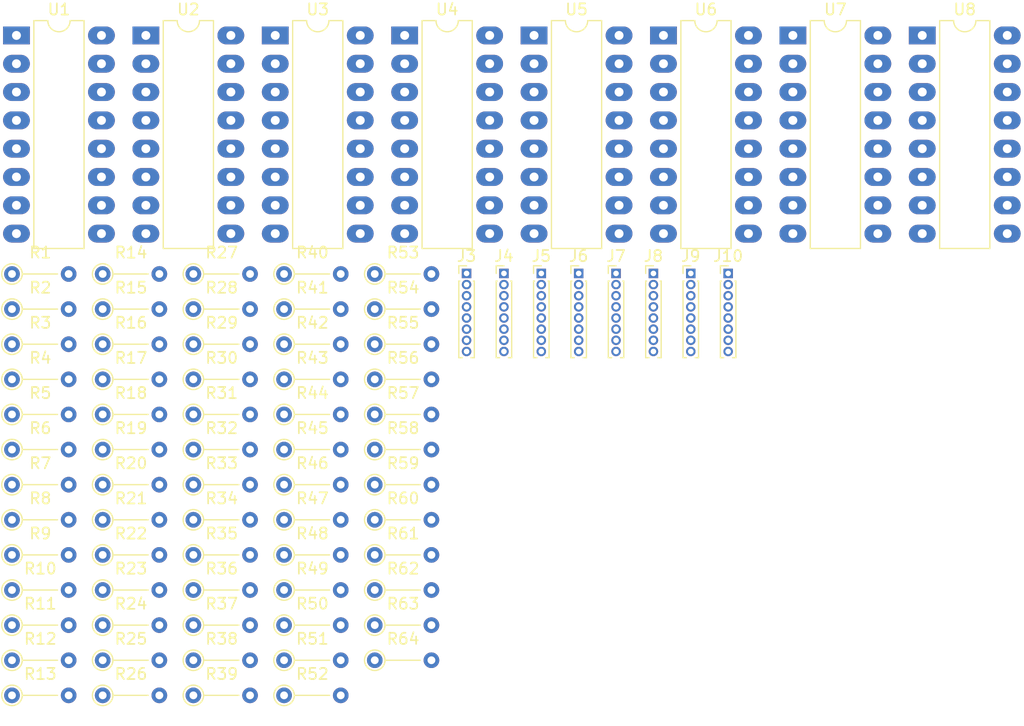
<source format=kicad_pcb>
(kicad_pcb (version 20221018) (generator pcbnew)
  (layers (0 "F.Cu" signal) (31 "B.Cu" signal) (34 "B.Paste" user) (35 "F.Paste" user) (36 "B.SilkS" user "B.Silkscreen") (37 "F.SilkS" user "F.Silkscreen") (38 "B.Mask" user) (39 "F.Mask" user) (44 "Edge.Cuts" user))
  (net 0 "")
  (net 1 "Net-(U3-QC)")
  (net 2 "Net-(J3-Pin_6)")
  (net 3 "Net-(U8-QA)")
  (net 4 "Net-(J10-Pin_8)")
  (net 5 "Net-(U8-QB)")
  (net 6 "Net-(J10-Pin_7)")
  (net 7 "Net-(U8-QC)")
  (net 8 "Net-(J10-Pin_6)")
  (net 9 "Net-(U8-QD)")
  (net 10 "Net-(J10-Pin_5)")
  (net 11 "Net-(U8-QE)")
  (net 12 "Net-(J10-Pin_4)")
  (net 13 "Net-(U8-QF)")
  (net 14 "Net-(J10-Pin_3)")
  (net 15 "Net-(U8-QG)")
  (net 16 "Net-(J10-Pin_2)")
  (net 17 "Net-(U3-QA)")
  (net 18 "Net-(J3-Pin_8)")
  (net 19 "Net-(U3-QB)")
  (net 20 "Net-(J3-Pin_7)")
  (net 21 "Net-(U1-QE)")
  (net 22 "Net-(J4-Pin_4)")
  (net 23 "Net-(U3-QD)")
  (net 24 "Net-(J3-Pin_5)")
  (net 25 "Net-(U3-QE)")
  (net 26 "Net-(J3-Pin_4)")
  (net 27 "Net-(U3-QF)")
  (net 28 "Net-(J3-Pin_3)")
  (net 29 "Net-(U3-QG)")
  (net 30 "Net-(J3-Pin_2)")
  (net 31 "Net-(U3-QH)")
  (net 32 "Net-(J3-Pin_1)")
  (net 33 "Net-(U1-QA)")
  (net 34 "Net-(J4-Pin_8)")
  (net 35 "Net-(U1-QB)")
  (net 36 "Net-(J4-Pin_7)")
  (net 37 "Net-(U1-QC)")
  (net 38 "Net-(J4-Pin_6)")
  (net 39 "Net-(U1-QD)")
  (net 40 "Net-(J4-Pin_5)")
  (net 41 "Net-(U8-QH)")
  (net 42 "Net-(J10-Pin_1)")
  (net 43 "Net-(U1-QF)")
  (net 44 "Net-(J4-Pin_3)")
  (net 45 "Net-(U1-QG)")
  (net 46 "Net-(J4-Pin_2)")
  (net 47 "Net-(U1-QH)")
  (net 48 "Net-(J4-Pin_1)")
  (net 49 "Net-(U2-QA)")
  (net 50 "Net-(J5-Pin_8)")
  (net 51 "Net-(U2-QB)")
  (net 52 "Net-(J5-Pin_7)")
  (net 53 "Net-(U2-QC)")
  (net 54 "Net-(J5-Pin_6)")
  (net 55 "Net-(U2-QD)")
  (net 56 "Net-(J5-Pin_5)")
  (net 57 "Net-(U2-QE)")
  (net 58 "Net-(J5-Pin_4)")
  (net 59 "Net-(U2-QF)")
  (net 60 "Net-(J5-Pin_3)")
  (net 61 "Net-(U2-QG)")
  (net 62 "Net-(J5-Pin_2)")
  (net 63 "Net-(U2-QH)")
  (net 64 "Net-(J5-Pin_1)")
  (net 65 "Net-(U4-QA)")
  (net 66 "Net-(J6-Pin_8)")
  (net 67 "Net-(U4-QB)")
  (net 68 "Net-(J6-Pin_7)")
  (net 69 "Net-(U4-QC)")
  (net 70 "Net-(J6-Pin_6)")
  (net 71 "Net-(U4-QD)")
  (net 72 "Net-(J6-Pin_5)")
  (net 73 "Net-(U4-QE)")
  (net 74 "Net-(J6-Pin_4)")
  (net 75 "Net-(U4-QF)")
  (net 76 "Net-(J6-Pin_3)")
  (net 77 "Net-(U4-QG)")
  (net 78 "Net-(J6-Pin_2)")
  (net 79 "Net-(U4-QH)")
  (net 80 "Net-(J6-Pin_1)")
  (net 81 "Net-(U5-QA)")
  (net 82 "Net-(J7-Pin_8)")
  (net 83 "Net-(U5-QB)")
  (net 84 "Net-(J7-Pin_7)")
  (net 85 "Net-(U5-QC)")
  (net 86 "Net-(J7-Pin_6)")
  (net 87 "Net-(U5-QD)")
  (net 88 "Net-(J7-Pin_5)")
  (net 89 "Net-(U5-QE)")
  (net 90 "Net-(J7-Pin_4)")
  (net 91 "Net-(U5-QF)")
  (net 92 "Net-(J7-Pin_3)")
  (net 93 "Net-(U5-QG)")
  (net 94 "Net-(J7-Pin_2)")
  (net 95 "Net-(U5-QH)")
  (net 96 "Net-(J7-Pin_1)")
  (net 97 "Net-(U6-QA)")
  (net 98 "Net-(J8-Pin_8)")
  (net 99 "Net-(U6-QB)")
  (net 100 "Net-(J8-Pin_7)")
  (net 101 "Net-(U6-QC)")
  (net 102 "Net-(J8-Pin_6)")
  (net 103 "Net-(U6-QD)")
  (net 104 "Net-(J8-Pin_5)")
  (net 105 "Net-(U6-QE)")
  (net 106 "Net-(J8-Pin_4)")
  (net 107 "Net-(U6-QF)")
  (net 108 "Net-(J8-Pin_3)")
  (net 109 "Net-(U6-QG)")
  (net 110 "Net-(J8-Pin_2)")
  (net 111 "Net-(U6-QH)")
  (net 112 "Net-(J8-Pin_1)")
  (net 113 "Net-(U7-QA)")
  (net 114 "Net-(J9-Pin_8)")
  (net 115 "Net-(U7-QB)")
  (net 116 "Net-(J9-Pin_7)")
  (net 117 "Net-(U7-QC)")
  (net 118 "Net-(J9-Pin_6)")
  (net 119 "Net-(U7-QD)")
  (net 120 "Net-(J9-Pin_5)")
  (net 121 "Net-(U7-QE)")
  (net 122 "Net-(J9-Pin_4)")
  (net 123 "Net-(U7-QF)")
  (net 124 "Net-(J9-Pin_3)")
  (net 125 "Net-(U7-QG)")
  (net 126 "Net-(J9-Pin_2)")
  (net 127 "Net-(U7-QH)")
  (net 128 "Net-(J9-Pin_1)")
  (net 129 "Net-(U1-GND)")
  (net 130 "Net-(U1-QH')")
  (net 131 "Net-(U1-SRCLK)")
  (net 132 "Net-(U1-RCLK)")
  (net 133 "Net-(U1-SER)")
  (net 134 "Net-(U1-VCC)")
  (net 135 "Net-(U2-QH')")
  (net 137 "Net-(U4-QH')")
  (net 138 "Net-(U5-QH')")
  (net 139 "Net-(U6-QH')")
  (net 140 "Net-(U7-QH')")
  (footprint "Resistor_THT:R_Axial_DIN0204_L3.6mm_D1.6mm_P5.08mm_Vertical" (layer "F.Cu") (at 65.24 98.29)
    (fp_text reference "R26" (at 2.54 -1.92) (layer "F.SilkS"))
    (fp_text value "R_Small")
    (pad "1" thru_hole circle (at 0 0) (size 1.4 1.4) (drill 0.7) (layers "*.Cu" "*.Mask") (net 67 "Net-(U4-QB)"))
    (pad "2" thru_hole oval (at 5.08 0) (size 1.4 1.4) (drill 0.7) (layers "*.Cu" "*.Mask") (net 68 "Net-(J6-Pin_7)"))
  )
  (footprint "Resistor_THT:R_Axial_DIN0204_L3.6mm_D1.6mm_P5.08mm_Vertical" (layer "F.Cu") (at 57.11 66.79)
    (fp_text reference "R3" (at 2.54 -1.92) (layer "F.SilkS"))
    (fp_text value "R_Small")
    (pad "1" thru_hole circle (at 0 0) (size 1.4 1.4) (drill 0.7) (layers "*.Cu" "*.Mask") (net 1 "Net-(U3-QC)"))
    (pad "2" thru_hole oval (at 5.08 0) (size 1.4 1.4) (drill 0.7) (layers "*.Cu" "*.Mask") (net 2 "Net-(J3-Pin_6)"))
  )
  (footprint "Resistor_THT:R_Axial_DIN0204_L3.6mm_D1.6mm_P5.08mm_Vertical" (layer "F.Cu") (at 57.11 98.29)
    (fp_text reference "R13" (at 2.54 -1.92) (layer "F.SilkS"))
    (fp_text value "R_Small")
    (pad "1" thru_hole circle (at 0 0) (size 1.4 1.4) (drill 0.7) (layers "*.Cu" "*.Mask") (net 21 "Net-(U1-QE)"))
    (pad "2" thru_hole oval (at 5.08 0) (size 1.4 1.4) (drill 0.7) (layers "*.Cu" "*.Mask") (net 22 "Net-(J4-Pin_4)"))
  )
  (footprint "Resistor_THT:R_Axial_DIN0204_L3.6mm_D1.6mm_P5.08mm_Vertical" (layer "F.Cu") (at 65.24 66.79)
    (fp_text reference "R16" (at 2.54 -1.92) (layer "F.SilkS"))
    (fp_text value "R_Small")
    (pad "1" thru_hole circle (at 0 0) (size 1.4 1.4) (drill 0.7) (layers "*.Cu" "*.Mask") (net 47 "Net-(U1-QH)"))
    (pad "2" thru_hole oval (at 5.08 0) (size 1.4 1.4) (drill 0.7) (layers "*.Cu" "*.Mask") (net 48 "Net-(J4-Pin_1)"))
  )
  (footprint "Resistor_THT:R_Axial_DIN0204_L3.6mm_D1.6mm_P5.08mm_Vertical" (layer "F.Cu") (at 89.63 95.14)
    (fp_text reference "R64" (at 2.54 -1.92) (layer "F.SilkS"))
    (fp_text value "R_Small")
    (pad "1" thru_hole circle (at 0 0) (size 1.4 1.4) (drill 0.7) (layers "*.Cu" "*.Mask") (net 41 "Net-(U8-QH)"))
    (pad "2" thru_hole oval (at 5.08 0) (size 1.4 1.4) (drill 0.7) (layers "*.Cu" "*.Mask") (net 42 "Net-(J10-Pin_1)"))
  )
  (footprint "Resistor_THT:R_Axial_DIN0204_L3.6mm_D1.6mm_P5.08mm_Vertical" (layer "F.Cu") (at 73.37 63.64)
    (fp_text reference "R28" (at 2.54 -1.92) (layer "F.SilkS"))
    (fp_text value "R_Small")
    (pad "1" thru_hole circle (at 0 0) (size 1.4 1.4) (drill 0.7) (layers "*.Cu" "*.Mask") (net 71 "Net-(U4-QD)"))
    (pad "2" thru_hole oval (at 5.08 0) (size 1.4 1.4) (drill 0.7) (layers "*.Cu" "*.Mask") (net 72 "Net-(J6-Pin_5)"))
  )
  (footprint "Resistor_THT:R_Axial_DIN0204_L3.6mm_D1.6mm_P5.08mm_Vertical" (layer "F.Cu") (at 89.63 63.64)
    (fp_text reference "R54" (at 2.54 -1.92) (layer "F.SilkS"))
    (fp_text value "R_Small")
    (pad "1" thru_hole circle (at 0 0) (size 1.4 1.4) (drill 0.7) (layers "*.Cu" "*.Mask") (net 123 "Net-(U7-QF)"))
    (pad "2" thru_hole oval (at 5.08 0) (size 1.4 1.4) (drill 0.7) (layers "*.Cu" "*.Mask") (net 124 "Net-(J9-Pin_3)"))
  )
  (footprint "Resistor_THT:R_Axial_DIN0204_L3.6mm_D1.6mm_P5.08mm_Vertical" (layer "F.Cu") (at 73.37 66.79)
    (fp_text reference "R29" (at 2.54 -1.92) (layer "F.SilkS"))
    (fp_text value "R_Small")
    (pad "1" thru_hole circle (at 0 0) (size 1.4 1.4) (drill 0.7) (layers "*.Cu" "*.Mask") (net 73 "Net-(U4-QE)"))
    (pad "2" thru_hole oval (at 5.08 0) (size 1.4 1.4) (drill 0.7) (layers "*.Cu" "*.Mask") (net 74 "Net-(J6-Pin_4)"))
  )
  (footprint "Resistor_THT:R_Axial_DIN0204_L3.6mm_D1.6mm_P5.08mm_Vertical" (layer "F.Cu") (at 65.24 79.39)
    (fp_text reference "R20" (at 2.54 -1.92) (layer "F.SilkS"))
    (fp_text value "R_Small")
    (pad "1" thru_hole circle (at 0 0) (size 1.4 1.4) (drill 0.7) (layers "*.Cu" "*.Mask") (net 55 "Net-(U2-QD)"))
    (pad "2" thru_hole oval (at 5.08 0) (size 1.4 1.4) (drill 0.7) (layers "*.Cu" "*.Mask") (net 56 "Net-(J5-Pin_5)"))
  )
  (footprint "Resistor_THT:R_Axial_DIN0204_L3.6mm_D1.6mm_P5.08mm_Vertical" (layer "F.Cu") (at 57.11 69.94)
    (fp_text reference "R4" (at 2.54 -1.92) (layer "F.SilkS"))
    (fp_text value "R_Small")
    (pad "1" thru_hole circle (at 0 0) (size 1.4 1.4) (drill 0.7) (layers "*.Cu" "*.Mask") (net 23 "Net-(U3-QD)"))
    (pad "2" thru_hole oval (at 5.08 0) (size 1.4 1.4) (drill 0.7) (layers "*.Cu" "*.Mask") (net 24 "Net-(J3-Pin_5)"))
  )
  (footprint "Resistor_THT:R_Axial_DIN0204_L3.6mm_D1.6mm_P5.08mm_Vertical" (layer "F.Cu") (at 73.37 98.29)
    (fp_text reference "R39" (at 2.54 -1.92) (layer "F.SilkS"))
    (fp_text value "R_Small")
    (pad "1" thru_hole circle (at 0 0) (size 1.4 1.4) (drill 0.7) (layers "*.Cu" "*.Mask") (net 93 "Net-(U5-QG)"))
    (pad "2" thru_hole oval (at 5.08 0) (size 1.4 1.4) (drill 0.7) (layers "*.Cu" "*.Mask") (net 94 "Net-(J7-Pin_2)"))
  )
  (footprint "Resistor_THT:R_Axial_DIN0204_L3.6mm_D1.6mm_P5.08mm_Vertical" (layer "F.Cu") (at 81.5 60.49)
    (fp_text reference "R40" (at 2.54 -1.92) (layer "F.SilkS"))
    (fp_text value "R_Small")
    (pad "1" thru_hole circle (at 0 0) (size 1.4 1.4) (drill 0.7) (layers "*.Cu" "*.Mask") (net 95 "Net-(U5-QH)"))
    (pad "2" thru_hole oval (at 5.08 0) (size 1.4 1.4) (drill 0.7) (layers "*.Cu" "*.Mask") (net 96 "Net-(J7-Pin_1)"))
  )
  (footprint "Connector_PinHeader_1.00mm:PinHeader_1x08_P1.00mm_Vertical" (layer "F.Cu") (at 117.96 60.44)
    (fp_text reference "J9" (at 0 -1.56) (layer "F.SilkS"))
    (fp_text value "Row_07")
    (pad "1" thru_hole rect (at 0 0) (size 0.85 0.85) (drill 0.5) (layers "*.Cu" "*.Mask") (net 128 "Net-(J9-Pin_1)"))
    (pad "2" thru_hole oval (at 0 1) (size 0.85 0.85) (drill 0.5) (layers "*.Cu" "*.Mask") (net 126 "Net-(J9-Pin_2)"))
    (pad "3" thru_hole oval (at 0 2) (size 0.85 0.85) (drill 0.5) (layers "*.Cu" "*.Mask") (net 124 "Net-(J9-Pin_3)"))
    (pad "4" thru_hole oval (at 0 3) (size 0.85 0.85) (drill 0.5) (layers "*.Cu" "*.Mask") (net 122 "Net-(J9-Pin_4)"))
    (pad "5" thru_hole oval (at 0 4) (size 0.85 0.85) (drill 0.5) (layers "*.Cu" "*.Mask") (net 120 "Net-(J9-Pin_5)"))
    (pad "6" thru_hole oval (at 0 5) (size 0.85 0.85) (drill 0.5) (layers "*.Cu" "*.Mask") (net 118 "Net-(J9-Pin_6)"))
    (pad "7" thru_hole oval (at 0 6) (size 0.85 0.85) (drill 0.5) (layers "*.Cu" "*.Mask") (net 116 "Net-(J9-Pin_7)"))
    (pad "8" thru_hole oval (at 0 7) (size 0.85 0.85) (drill 0.5) (layers "*.Cu" "*.Mask") (net 114 "Net-(J9-Pin_8)"))
  )
  (footprint "Resistor_THT:R_Axial_DIN0204_L3.6mm_D1.6mm_P5.08mm_Vertical" (layer "F.Cu") (at 89.63 76.24)
    (fp_text reference "R58" (at 2.54 -1.92) (layer "F.SilkS"))
    (fp_text value "R_Small")
    (pad "1" thru_hole circle (at 0 0) (size 1.4 1.4) (drill 0.7) (layers "*.Cu" "*.Mask") (net 5 "Net-(U8-QB)"))
    (pad "2" thru_hole oval (at 5.08 0) (size 1.4 1.4) (drill 0.7) (layers "*.Cu" "*.Mask") (net 6 "Net-(J10-Pin_7)"))
  )
  (footprint "Resistor_THT:R_Axial_DIN0204_L3.6mm_D1.6mm_P5.08mm_Vertical" (layer "F.Cu") (at 81.5 98.29)
    (fp_text reference "R52" (at 2.54 -1.92) (layer "F.SilkS"))
    (fp_text value "R_Small")
    (pad "1" thru_hole circle (at 0 0) (size 1.4 1.4) (drill 0.7) (layers "*.Cu" "*.Mask") (net 119 "Net-(U7-QD)"))
    (pad "2" thru_hole oval (at 5.08 0) (size 1.4 1.4) (drill 0.7) (layers "*.Cu" "*.Mask") (net 120 "Net-(J9-Pin_5)"))
  )
  (footprint "Resistor_THT:R_Axial_DIN0204_L3.6mm_D1.6mm_P5.08mm_Vertical" (layer "F.Cu") (at 57.11 60.49)
    (fp_text reference "R1" (at 2.54 -1.92) (layer "F.SilkS"))
    (fp_text value "R_Small")
    (pad "1" thru_hole circle (at 0 0) (size 1.4 1.4) (drill 0.7) (layers "*.Cu" "*.Mask") (net 17 "Net-(U3-QA)"))
    (pad "2" thru_hole oval (at 5.08 0) (size 1.4 1.4) (drill 0.7) (layers "*.Cu" "*.Mask") (net 18 "Net-(J3-Pin_8)"))
  )
  (footprint "Package_DIP:DIP-16_W7.62mm_LongPads" (layer "F.Cu") (at 138.71 39.09)
    (fp_text reference "U8" (at 3.81 -2.33) (layer "F.SilkS"))
    (fp_text value "74HC595")
    (pad "1" thru_hole rect (at 0 0) (size 2.4 1.6) (drill 0.8) (layers "*.Cu" "*.Mask") (net 5 "Net-(U8-QB)"))
    (pad "2" thru_hole oval (at 0 2.54) (size 2.4 1.6) (drill 0.8) (layers "*.Cu" "*.Mask") (net 7 "Net-(U8-QC)"))
    (pad "3" thru_hole oval (at 0 5.08) (size 2.4 1.6) (drill 0.8) (layers "*.Cu" "*.Mask") (net 9 "Net-(U8-QD)"))
    (pad "4" thru_hole oval (at 0 7.62) (size 2.4 1.6) (drill 0.8) (layers "*.Cu" "*.Mask") (net 11 "Net-(U8-QE)"))
    (pad "5" thru_hole oval (at 0 10.16) (size 2.4 1.6) (drill 0.8) (layers "*.Cu" "*.Mask") (net 13 "Net-(U8-QF)"))
    (pad "6" thru_hole oval (at 0 12.7) (size 2.4 1.6) (drill 0.8) (layers "*.Cu" "*.Mask") (net 15 "Net-(U8-QG)"))
    (pad "7" thru_hole oval (at 0 15.24) (size 2.4 1.6) (drill 0.8) (layers "*.Cu" "*.Mask") (net 41 "Net-(U8-QH)"))
    (pad "8" thru_hole oval (at 0 17.78) (size 2.4 1.6) (drill 0.8) (layers "*.Cu" "*.Mask") (net 129 "Net-(U1-GND)"))
    (pad "9" thru_hole oval (at 7.62 17.78) (size 2.4 1.6) (drill 0.8) (layers "*.Cu" "*.Mask"))
    (pad "10" thru_hole oval (at 7.62 15.24) (size 2.4 1.6) (drill 0.8) (layers "*.Cu" "*.Mask") (net 129 "Net-(U1-GND)"))
    (pad "11" thru_hole oval (at 7.62 12.7) (size 2.4 1.6) (drill 0.8) (layers "*.Cu" "*.Mask") (net 131 "Net-(U1-SRCLK)"))
    (pad "12" thru_hole oval (at 7.62 10.16) (size 2.4 1.6) (drill 0.8) (layers "*.Cu" "*.Mask") (net 132 "Net-(U1-RCLK)"))
    (pad "13" thru_hole oval (at 7.62 7.62) (size 2.4 1.6) (drill 0.8) (layers "*.Cu" "*.Mask") (net 129 "Net-(U1-GND)"))
    (pad "14" thru_hole oval (at 7.62 5.08) (size 2.4 1.6) (drill 0.8) (layers "*.Cu" "*.Mask") (net 140 "Net-(U7-QH')"))
    (pad "15" thru_hole oval (at 7.62 2.54) (size 2.4 1.6) (drill 0.8) (layers "*.Cu" "*.Mask") (net 3 "Net-(U8-QA)"))
    (pad "16" thru_hole oval (at 7.62 0) (size 2.4 1.6) (drill 0.8) (layers "*.Cu" "*.Mask") (net 134 "Net-(U1-VCC)"))
  )
  (footprint "Resistor_THT:R_Axial_DIN0204_L3.6mm_D1.6mm_P5.08mm_Vertical" (layer "F.Cu") (at 89.63 91.99)
    (fp_text reference "R63" (at 2.54 -1.92) (layer "F.SilkS"))
    (fp_text value "R_Small")
    (pad "1" thru_hole circle (at 0 0) (size 1.4 1.4) (drill 0.7) (layers "*.Cu" "*.Mask") (net 15 "Net-(U8-QG)"))
    (pad "2" thru_hole oval (at 5.08 0) (size 1.4 1.4) (drill 0.7) (layers "*.Cu" "*.Mask") (net 16 "Net-(J10-Pin_2)"))
  )
  (footprint "Package_DIP:DIP-16_W7.62mm_LongPads" (layer "F.Cu") (at 57.51 39.09)
    (fp_text reference "U1" (at 3.81 -2.33) (layer "F.SilkS"))
    (fp_text value "74HC595")
    (pad "1" thru_hole rect (at 0 0) (size 2.4 1.6) (drill 0.8) (layers "*.Cu" "*.Mask") (net 35 "Net-(U1-QB)"))
    (pad "2" thru_hole oval (at 0 2.54) (size 2.4 1.6) (drill 0.8) (layers "*.Cu" "*.Mask") (net 37 "Net-(U1-QC)"))
    (pad "3" thru_hole oval (at 0 5.08) (size 2.4 1.6) (drill 0.8) (layers "*.Cu" "*.Mask") (net 39 "Net-(U1-QD)"))
    (pad "4" thru_hole oval (at 0 7.62) (size 2.4 1.6) (drill 0.8) (layers "*.Cu" "*.Mask") (net 21 "Net-(U1-QE)"))
    (pad "5" thru_hole oval (at 0 10.16) (size 2.4 1.6) (drill 0.8) (layers "*.Cu" "*.Mask") (net 43 "Net-(U1-QF)"))
    (pad "6" thru_hole oval (at 0 12.7) (size 2.4 1.6) (drill 0.8) (layers "*.Cu" "*.Mask") (net 45 "Net-(U1-QG)"))
    (pad "7" thru_hole oval (at 0 15.24) (size 2.4 1.6) (drill 0.8) (layers "*.Cu" "*.Mask") (net 47 "Net-(U1-QH)"))
    (pad "8" thru_hole oval (at 0 17.78) (size 2.4 1.6) (drill 0.8) (layers "*.Cu" "*.Mask") (net 129 "Net-(U1-GND)"))
    (pad "9" thru_hole oval (at 7.62 17.78) (size 2.4 1.6) (drill 0.8) (layers "*.Cu" "*.Mask") (net 130 "Net-(U1-QH')"))
    (pad "10" thru_hole oval (at 7.62 15.24) (size 2.4 1.6) (drill 0.8) (layers "*.Cu" "*.Mask") (net 129 "Net-(U1-GND)"))
    (pad "11" thru_hole oval (at 7.62 12.7) (size 2.4 1.6) (drill 0.8) (layers "*.Cu" "*.Mask") (net 131 "Net-(U1-SRCLK)"))
    (pad "12" thru_hole oval (at 7.62 10.16) (size 2.4 1.6) (drill 0.8) (layers "*.Cu" "*.Mask") (net 132 "Net-(U1-RCLK)"))
    (pad "13" thru_hole oval (at 7.62 7.62) (size 2.4 1.6) (drill 0.8) (layers "*.Cu" "*.Mask") (net 129 "Net-(U1-GND)"))
    (pad "14" thru_hole oval (at 7.62 5.08) (size 2.4 1.6) (drill 0.8) (layers "*.Cu" "*.Mask") (net 133 "Net-(U1-SER)"))
    (pad "15" thru_hole oval (at 7.62 2.54) (size 2.4 1.6) (drill 0.8) (layers "*.Cu" "*.Mask") (net 33 "Net-(U1-QA)"))
    (pad "16" thru_hole oval (at 7.62 0) (size 2.4 1.6) (drill 0.8) (layers "*.Cu" "*.Mask") (net 134 "Net-(U1-VCC)"))
  )
  (footprint "Resistor_THT:R_Axial_DIN0204_L3.6mm_D1.6mm_P5.08mm_Vertical" (layer "F.Cu") (at 57.11 91.99)
    (fp_text reference "R11" (at 2.54 -1.92) (layer "F.SilkS"))
    (fp_text value "R_Small")
    (pad "1" thru_hole circle (at 0 0) (size 1.4 1.4) (drill 0.7) (layers "*.Cu" "*.Mask") (net 37 "Net-(U1-QC)"))
    (pad "2" thru_hole oval (at 5.08 0) (size 1.4 1.4) (drill 0.7) (layers "*.Cu" "*.Mask") (net 38 "Net-(J4-Pin_6)"))
  )
  (footprint "Connector_PinHeader_1.00mm:PinHeader_1x08_P1.00mm_Vertical" (layer "F.Cu") (at 104.56 60.44)
    (fp_text reference "J5" (at 0 -1.56) (layer "F.SilkS"))
    (fp_text value "Row_03")
    (pad "1" thru_hole rect (at 0 0) (size 0.85 0.85) (drill 0.5) (layers "*.Cu" "*.Mask") (net 64 "Net-(J5-Pin_1)"))
    (pad "2" thru_hole oval (at 0 1) (size 0.85 0.85) (drill 0.5) (layers "*.Cu" "*.Mask") (net 62 "Net-(J5-Pin_2)"))
    (pad "3" thru_hole oval (at 0 2) (size 0.85 0.85) (drill 0.5) (layers "*.Cu" "*.Mask") (net 60 "Net-(J5-Pin_3)"))
    (pad "4" thru_hole oval (at 0 3) (size 0.85 0.85) (drill 0.5) (layers "*.Cu" "*.Mask") (net 58 "Net-(J5-Pin_4)"))
    (pad "5" thru_hole oval (at 0 4) (size 0.85 0.85) (drill 0.5) (layers "*.Cu" "*.Mask") (net 56 "Net-(J5-Pin_5)"))
    (pad "6" thru_hole oval (at 0 5) (size 0.85 0.85) (drill 0.5) (layers "*.Cu" "*.Mask") (net 54 "Net-(J5-Pin_6)"))
    (pad "7" thru_hole oval (at 0 6) (size 0.85 0.85) (drill 0.5) (layers "*.Cu" "*.Mask") (net 52 "Net-(J5-Pin_7)"))
    (pad "8" thru_hole oval (at 0 7) (size 0.85 0.85) (drill 0.5) (layers "*.Cu" "*.Mask") (net 50 "Net-(J5-Pin_8)"))
  )
  (footprint "Resistor_THT:R_Axial_DIN0204_L3.6mm_D1.6mm_P5.08mm_Vertical" (layer "F.Cu") (at 65.24 88.84)
    (fp_text reference "R23" (at 2.54 -1.92) (layer "F.SilkS"))
    (fp_text value "R_Small")
    (pad "1" thru_hole circle (at 0 0) (size 1.4 1.4) (drill 0.7) (layers "*.Cu" "*.Mask") (net 61 "Net-(U2-QG)"))
    (pad "2" thru_hole oval (at 5.08 0) (size 1.4 1.4) (drill 0.7) (layers "*.Cu" "*.Mask") (net 62 "Net-(J5-Pin_2)"))
  )
  (footprint "Resistor_THT:R_Axial_DIN0204_L3.6mm_D1.6mm_P5.08mm_Vertical" (layer "F.Cu") (at 89.63 85.69)
    (fp_text reference "R61" (at 2.54 -1.92) (layer "F.SilkS"))
    (fp_text value "R_Small")
    (pad "1" thru_hole circle (at 0 0) (size 1.4 1.4) (drill 0.7) (layers "*.Cu" "*.Mask") (net 11 "Net-(U8-QE)"))
    (pad "2" thru_hole oval (at 5.08 0) (size 1.4 1.4) (drill 0.7) (layers "*.Cu" "*.Mask") (net 12 "Net-(J10-Pin_4)"))
  )
  (footprint "Resistor_THT:R_Axial_DIN0204_L3.6mm_D1.6mm_P5.08mm_Vertical" (layer "F.Cu") (at 81.5 66.79)
    (fp_text reference "R42" (at 2.54 -1.92) (layer "F.SilkS"))
    (fp_text value "R_Small")
    (pad "1" thru_hole circle (at 0 0) (size 1.4 1.4) (drill 0.7) (layers "*.Cu" "*.Mask") (net 99 "Net-(U6-QB)"))
    (pad "2" thru_hole oval (at 5.08 0) (size 1.4 1.4) (drill 0.7) (layers "*.Cu" "*.Mask") (net 100 "Net-(J8-Pin_7)"))
  )
  (footprint "Resistor_THT:R_Axial_DIN0204_L3.6mm_D1.6mm_P5.08mm_Vertical" (layer "F.Cu") (at 57.11 85.69)
    (fp_text reference "R9" (at 2.54 -1.92) (layer "F.SilkS"))
    (fp_text value "R_Small")
    (pad "1" thru_hole circle (at 0 0) (size 1.4 1.4) (drill 0.7) (layers "*.Cu" "*.Mask") (net 33 "Net-(U1-QA)"))
    (pad "2" thru_hole oval (at 5.08 0) (size 1.4 1.4) (drill 0.7) (layers "*.Cu" "*.Mask") (net 34 "Net-(J4-Pin_8)"))
  )
  (footprint "Resistor_THT:R_Axial_DIN0204_L3.6mm_D1.6mm_P5.08mm_Vertical" (layer "F.Cu") (at 65.24 60.49)
    (fp_text reference "R14" (at 2.54 -1.92) (layer "F.SilkS"))
    (fp_text value "R_Small")
    (pad "1" thru_hole circle (at 0 0) (size 1.4 1.4) (drill 0.7) (layers "*.Cu" "*.Mask") (net 43 "Net-(U1-QF)"))
    (pad "2" thru_hole oval (at 5.08 0) (size 1.4 1.4) (drill 0.7) (layers "*.Cu" "*.Mask") (net 44 "Net-(J4-Pin_3)"))
  )
  (footprint "Connector_PinHeader_1.00mm:PinHeader_1x08_P1.00mm_Vertical" (layer "F.Cu") (at 114.61 60.44)
    (fp_text reference "J8" (at 0 -1.56) (layer "F.SilkS"))
    (fp_text value "Row_06")
    (pad "1" thru_hole rect (at 0 0) (size 0.85 0.85) (drill 0.5) (layers "*.Cu" "*.Mask") (net 112 "Net-(J8-Pin_1)"))
    (pad "2" thru_hole oval (at 0 1) (size 0.85 0.85) (drill 0.5) (layers "*.Cu" "*.Mask") (net 110 "Net-(J8-Pin_2)"))
    (pad "3" thru_hole oval (at 0 2) (size 0.85 0.85) (drill 0.5) (layers "*.Cu" "*.Mask") (net 108 "Net-(J8-Pin_3)"))
    (pad "4" thru_hole oval (at 0 3) (size 0.85 0.85) (drill 0.5) (layers "*.Cu" "*.Mask") (net 106 "Net-(J8-Pin_4)"))
    (pad "5" thru_hole oval (at 0 4) (size 0.85 0.85) (drill 0.5) (layers "*.Cu" "*.Mask") (net 104 "Net-(J8-Pin_5)"))
    (pad "6" thru_hole oval (at 0 5) (size 0.85 0.85) (drill 0.5) (layers "*.Cu" "*.Mask") (net 102 "Net-(J8-Pin_6)"))
    (pad "7" thru_hole oval (at 0 6) (size 0.85 0.85) (drill 0.5) (layers "*.Cu" "*.Mask") (net 100 "Net-(J8-Pin_7)"))
    (pad "8" thru_hole oval (at 0 7) (size 0.85 0.85) (drill 0.5) (layers "*.Cu" "*.Mask") (net 98 "Net-(J8-Pin_8)"))
  )
  (footprint "Resistor_THT:R_Axial_DIN0204_L3.6mm_D1.6mm_P5.08mm_Vertical" (layer "F.Cu") (at 81.5 79.39)
    (fp_text reference "R46" (at 2.54 -1.92) (layer "F.SilkS"))
    (fp_text value "R_Small")
    (pad "1" thru_hole circle (at 0 0) (size 1.4 1.4) (drill 0.7) (layers "*.Cu" "*.Mask") (net 107 "Net-(U6-QF)"))
    (pad "2" thru_hole oval (at 5.08 0) (size 1.4 1.4) (drill 0.7) (layers "*.Cu" "*.Mask") (net 108 "Net-(J8-Pin_3)"))
  )
  (footprint "Resistor_THT:R_Axial_DIN0204_L3.6mm_D1.6mm_P5.08mm_Vertical" (layer "F.Cu") (at 89.63 79.39)
    (fp_text reference "R59" (at 2.54 -1.92) (layer "F.SilkS"))
    (fp_text value "R_Small")
    (pad "1" thru_hole circle (at 0 0) (size 1.4 1.4) (drill 0.7) (layers "*.Cu" "*.Mask") (net 7 "Net-(U8-QC)"))
    (pad "2" thru_hole oval (at 5.08 0) (size 1.4 1.4) (drill 0.7) (layers "*.Cu" "*.Mask") (net 8 "Net-(J10-Pin_6)"))
  )
  (footprint "Connector_PinHeader_1.00mm:PinHeader_1x08_P1.00mm_Vertical" (layer "F.Cu") (at 111.26 60.44)
    (fp_text reference "J7" (at 0 -1.56) (layer "F.SilkS"))
    (fp_text value "Row_05")
    (pad "1" thru_hole rect (at 0 0) (size 0.85 0.85) (drill 0.5) (layers "*.Cu" "*.Mask") (net 96 "Net-(J7-Pin_1)"))
    (pad "2" thru_hole oval (at 0 1) (size 0.85 0.85) (drill 0.5) (layers "*.Cu" "*.Mask") (net 94 "Net-(J7-Pin_2)"))
    (pad "3" thru_hole oval (at 0 2) (size 0.85 0.85) (drill 0.5) (layers "*.Cu" "*.Mask") (net 92 "Net-(J7-Pin_3)"))
    (pad "4" thru_hole oval (at 0 3) (size 0.85 0.85) (drill 0.5) (layers "*.Cu" "*.Mask") (net 90 "Net-(J7-Pin_4)"))
    (pad "5" thru_hole oval (at 0 4) (size 0.85 0.85) (drill 0.5) (layers "*.Cu" "*.Mask") (net 88 "Net-(J7-Pin_5)"))
    (pad "6" thru_hole oval (at 0 5) (size 0.85 0.85) (drill 0.5) (layers "*.Cu" "*.Mask") (net 86 "Net-(J7-Pin_6)"))
    (pad "7" thru_hole oval (at 0 6) (size 0.85 0.85) (drill 0.5) (layers "*.Cu" "*.Mask") (net 84 "Net-(J7-Pin_7)"))
    (pad "8" thru_hole oval (at 0 7) (size 0.85 0.85) (drill 0.5) (layers "*.Cu" "*.Mask") (net 82 "Net-(J7-Pin_8)"))
  )
  (footprint "Resistor_THT:R_Axial_DIN0204_L3.6mm_D1.6mm_P5.08mm_Vertical" (layer "F.Cu") (at 89.63 66.79)
    (fp_text reference "R55" (at 2.54 -1.92) (layer "F.SilkS"))
    (fp_text value "R_Small")
    (pad "1" thru_hole circle (at 0 0) (size 1.4 1.4) (drill 0.7) (layers "*.Cu" "*.Mask") (net 125 "Net-(U7-QG)"))
    (pad "2" thru_hole oval (at 5.08 0) (size 1.4 1.4) (drill 0.7) (layers "*.Cu" "*.Mask") (net 126 "Net-(J9-Pin_2)"))
  )
  (footprint "Resistor_THT:R_Axial_DIN0204_L3.6mm_D1.6mm_P5.08mm_Vertical" (layer "F.Cu") (at 57.11 79.39)
    (fp_text reference "R7" (at 2.54 -1.92) (layer "F.SilkS"))
    (fp_text value "R_Small")
    (pad "1" thru_hole circle (at 0 0) (size 1.4 1.4) (drill 0.7) (layers "*.Cu" "*.Mask") (net 29 "Net-(U3-QG)"))
    (pad "2" thru_hole oval (at 5.08 0) (size 1.4 1.4) (drill 0.7) (layers "*.Cu" "*.Mask") (net 30 "Net-(J3-Pin_2)"))
  )
  (footprint "Resistor_THT:R_Axial_DIN0204_L3.6mm_D1.6mm_P5.08mm_Vertical" (layer "F.Cu") (at 89.63 82.54)
    (fp_text reference "R60" (at 2.54 -1.92) (layer "F.SilkS"))
    (fp_text value "R_Small")
    (pad "1" thru_hole circle (at 0 0) (size 1.4 1.4) (drill 0.7) (layers "*.Cu" "*.Mask") (net 9 "Net-(U8-QD)"))
    (pad "2" thru_hole oval (at 5.08 0) (size 1.4 1.4) (drill 0.7) (layers "*.Cu" "*.Mask") (net 10 "Net-(J10-Pin_5)"))
  )
  (footprint "Resistor_THT:R_Axial_DIN0204_L3.6mm_D1.6mm_P5.08mm_Vertical" (layer "F.Cu") (at 57.11 73.09)
    (fp_text reference "R5" (at 2.54 -1.92) (layer "F.SilkS"))
    (fp_text value "R_Small")
    (pad "1" thru_hole circle (at 0 0) (size 1.4 1.4) (drill 0.7) (layers "*.Cu" "*.Mask") (net 25 "Net-(U3-QE)"))
    (pad "2" thru_hole oval (at 5.08 0) (size 1.4 1.4) (drill 0.7) (layers "*.Cu" "*.Mask") (net 26 "Net-(J3-Pin_4)"))
  )
  (footprint "Resistor_THT:R_Axial_DIN0204_L3.6mm_D1.6mm_P5.08mm_Vertical" (layer "F.Cu") (at 65.24 85.69)
    (fp_text reference "R22" (at 2.54 -1.92) (layer "F.SilkS"))
    (fp_text value "R_Small")
    (pad "1" thru_hole circle (at 0 0) (size 1.4 1.4) (drill 0.7) (layers "*.Cu" "*.Mask") (net 59 "Net-(U2-QF)"))
    (pad "2" thru_hole oval (at 5.08 0) (size 1.4 1.4) (drill 0.7) (layers "*.Cu" "*.Mask") (net 60 "Net-(J5-Pin_3)"))
  )
  (footprint "Package_DIP:DIP-16_W7.62mm_LongPads" (layer "F.Cu") (at 127.11 39.09)
    (fp_text reference "U7" (at 3.81 -2.33) (layer "F.SilkS"))
    (fp_text value "74HC595")
    (pad "1" thru_hole rect (at 0 0) (size 2.4 1.6) (drill 0.8) (layers "*.Cu" "*.Mask") (net 115 "Net-(U7-QB)"))
    (pad "2" thru_hole oval (at 0 2.54) (size 2.4 1.6) (drill 0.8) (layers "*.Cu" "*.Mask") (net 117 "Net-(U7-QC)"))
    (pad "3" thru_hole oval (at 0 5.08) (size 2.4 1.6) (drill 0.8) (layers "*.Cu" "*.Mask") (net 119 "Net-(U7-QD)"))
    (pad "4" thru_hole oval (at 0 7.62) (size 2.4 1.6) (drill 0.8) (layers "*.Cu" "*.Mask") (net 121 "Net-(U7-QE)"))
    (pad "5" thru_hole oval (at 0 10.16) (size 2.4 1.6) (drill 0.8) (layers "*.Cu" "*.Mask") (net 123 "Net-(U7-QF)"))
    (pad "6" thru_hole oval (at 0 12.7) (size 2.4 1.6) (drill 0.8) (layers "*.Cu" "*.Mask") (net 125 "Net-(U7-QG)"))
    (pad "7" thru_hole oval (at 0 15.24) (size 2.4 1.6) (drill 0.8) (layers "*.Cu" "*.Mask") (net 127 "Net-(U7-QH)"))
    (pad "8" thru_hole oval (at 0 17.78) (size 2.4 1.6) (drill 0.8) (layers "*.Cu" "*.Mask") (net 129 "Net-(U1-GND)"))
    (pad "9" thru_hole oval (at 7.62 17.78) (size 2.4 1.6) (drill 0.8) (layers "*.Cu" "*.Mask") (net 140 "Net-(U7-QH')"))
    (pad "10" thru_hole oval (at 7.62 15.24) (size 2.4 1.6) (drill 0.8) (layers "*.Cu" "*.Mask") (net 129 "Net-(U1-GND)"))
    (pad "11" thru_hole oval (at 7.62 12.7) (size 2.4 1.6) (drill 0.8) (layers "*.Cu" "*.Mask") (net 131 "Net-(U1-SRCLK)"))
    (pad "12" thru_hole oval (at 7.62 10.16) (size 2.4 1.6) (drill 0.8) (layers "*.Cu" "*.Mask") (net 132 "Net-(U1-RCLK)"))
    (pad "13" thru_hole oval (at 7.62 7.62) (size 2.4 1.6) (drill 0.8) (layers "*.Cu" "*.Mask") (net 129 "Net-(U1-GND)"))
    (pad "14" thru_hole oval (at 7.62 5.08) (size 2.4 1.6) (drill 0.8) (layers "*.Cu" "*.Mask") (net 139 "Net-(U6-QH')"))
    (pad "15" thru_hole oval (at 7.62 2.54) (size 2.4 1.6) (drill 0.8) (layers "*.Cu" "*.Mask") (net 113 "Net-(U7-QA)"))
    (pad "16" thru_hole oval (at 7.62 0) (size 2.4 1.6) (drill 0.8) (layers "*.Cu" "*.Mask") (net 134 "Net-(U1-VCC)"))
  )
  (footprint "Resistor_THT:R_Axial_DIN0204_L3.6mm_D1.6mm_P5.08mm_Vertical" (layer "F.Cu") (at 65.24 91.99)
    (fp_text reference "R24" (at 2.54 -1.92) (layer "F.SilkS"))
    (fp_text value "R_Small")
    (pad "1" thru_hole circle (at 0 0) (size 1.4 1.4) (drill 0.7) (layers "*.Cu" "*.Mask") (net 63 "Net-(U2-QH)"))
    (pad "2" thru_hole oval (at 5.08 0) (size 1.4 1.4) (drill 0.7) (layers "*.Cu" "*.Mask") (net 64 "Net-(J5-Pin_1)"))
  )
  (footprint "Resistor_THT:R_Axial_DIN0204_L3.6mm_D1.6mm_P5.08mm_Vertical" (layer "F.Cu") (at 81.5 73.09)
    (fp_text reference "R44" (at 2.54 -1.92) (layer "F.SilkS"))
    (fp_text value "R_Small")
    (pad "1" thru_hole circle (at 0 0) (size 1.4 1.4) (drill 0.7) (layers "*.Cu" "*.Mask") (net 103 "Net-(U6-QD)"))
    (pad "2" thru_hole oval (at 5.08 0) (size 1.4 1.4) (drill 0.7) (layers "*.Cu" "*.Mask") (net 104 "Net-(J8-Pin_5)"))
  )
  (footprint "Resistor_THT:R_Axial_DIN0204_L3.6mm_D1.6mm_P5.08mm_Vertical" (layer "F.Cu") (at 73.37 73.09)
    (fp_text reference "R31" (at 2.54 -1.92) (layer "F.SilkS"))
    (fp_text value "R_Small")
    (pad "1" thru_hole circle (at 0 0) (size 1.4 1.4) (drill 0.7) (layers "*.Cu" "*.Mask") (net 77 "Net-(U4-QG)"))
    (pad "2" thru_hole oval (at 5.08 0) (size 1.4 1.4) (drill 0.7) (layers "*.Cu" "*.Mask") (net 78 "Net-(J6-Pin_2)"))
  )
  (footprint "Resistor_THT:R_Axial_DIN0204_L3.6mm_D1.6mm_P5.08mm_Vertical" (layer "F.Cu") (at 65.24 82.54)
    (fp_text reference "R21" (at 2.54 -1.92) (layer "F.SilkS"))
    (fp_text value "R_Small")
    (pad "1" thru_hole circle (at 0 0) (size 1.4 1.4) (drill 0.7) (layers "*.Cu" "*.Mask") (net 57 "Net-(U2-QE)"))
    (pad "2" thru_hole oval (at 5.08 0) (size 1.4 1.4) (drill 0.7) (layers "*.Cu" "*.Mask") (net 58 "Net-(J5-Pin_4)"))
  )
  (footprint "Resistor_THT:R_Axial_DIN0204_L3.6mm_D1.6mm_P5.08mm_Vertical" (layer "F.Cu") (at 65.24 63.64)
    (fp_text reference "R15" (at 2.54 -1.92) (layer "F.SilkS"))
    (fp_text value "R_Small")
    (pad "1" thru_hole circle (at 0 0) (size 1.4 1.4) (drill 0.7) (layers "*.Cu" "*.Mask") (net 45 "Net-(U1-QG)"))
    (pad "2" thru_hole oval (at 5.08 0) (size 1.4 1.4) (drill 0.7) (layers "*.Cu" "*.Mask") (net 46 "Net-(J4-Pin_2)"))
  )
  (footprint "Resistor_THT:R_Axial_DIN0204_L3.6mm_D1.6mm_P5.08mm_Vertical" (layer "F.Cu") (at 81.5 69.94)
    (fp_text reference "R43" (at 2.54 -1.92) (layer "F.SilkS"))
    (fp_text value "R_Small")
    (pad "1" thru_hole circle (at 0 0) (size 1.4 1.4) (drill 0.7) (layers "*.Cu" "*.Mask") (net 101 "Net-(U6-QC)"))
    (pad "2" thru_hole oval (at 5.08 0) (size 1.4 1.4) (drill 0.7) (layers "*.Cu" "*.Mask") (net 102 "Net-(J8-Pin_6)"))
  )
  (footprint "Resistor_THT:R_Axial_DIN0204_L3.6mm_D1.6mm_P5.08mm_Vertical" (layer "F.Cu") (at 89.63 60.49)
    (fp_text reference "R53" (at 2.54 -1.92) (layer "F.SilkS"))
    (fp_text value "R_Small")
    (pad "1" thru_hole circle (at 0 0) (size 1.4 1.4) (drill 0.7) (layers "*.Cu" "*.Mask") (net 121 "Net-(U7-QE)"))
    (pad "2" thru_hole oval (at 5.08 0) (size 1.4 1.4) (drill 0.7) (layers "*.Cu" "*.Mask") (net 122 "Net-(J9-Pin_4)"))
  )
  (footprint "Package_DIP:DIP-16_W7.62mm_LongPads" (layer "F.Cu") (at 80.71 39.09)
    (fp_text reference "U3" (at 3.81 -2.33) (layer "F.SilkS"))
    (fp_text value "74HC595")
    (pad "1" thru_hole rect (at 0 0) (size 2.4 1.6) (drill 0.8) (layers "*.Cu" "*.Mask") (net 19 "Net-(U3-QB)"))
    (pad "2" thru_hole oval (at 0 2.54) (size 2.4 1.6) (drill 0.8) (layers "*.Cu" "*.Mask") (net 1 "Net-(U3-QC)"))
    (pad "3" thru_hole oval (at 0 5.08) (size 2.4 1.6) (drill 0.8) (layers "*.Cu" "*.Mask") (net 23 "Net-(U3-QD)"))
    (pad "4" thru_hole oval (at 0 7.62) (size 2.4 1.6) (drill 0.8) (layers "*.Cu" "*.Mask") (net 25 "Net-(U3-QE)"))
    (pad "5" thru_hole oval (at 0 10.16) (size 2.4 1.6) (drill 0.8) (layers "*.Cu" "*.Mask") (net 27 "Net-(U3-QF)"))
    (pad "6" thru_hole oval (at 0 12.7) (size 2.4 1.6) (drill 0.8) (layers "*.Cu" "*.Mask") (net 29 "Net-(U3-QG)"))
    (pad "7" thru_hole oval (at 0 15.24) (size 2.4 1.6) (drill 0.8) (layers "*.Cu" "*.Mask") (net 31 "Net-(U3-QH)"))
    (pad "8" thru_hole oval (at 0 17.78) (size 2.4 1.6) (drill 0.8) (layers "*.Cu" "*.Mask") (net 129 "Net-(U1-GND)"))
    (pad "9" thru_hole oval (at 7.62 17.78) (size 2.4 1.6) (drill 0.8) (layers "*.Cu" "*.Mask") (net 133 "Net-(U1-SER)"))
    (pad "10" thru_hole oval (at 7.62 15.24) (size 2.4 1.6) (drill 0.8) (layers "*.Cu" "*.Mask") (net 129 "Net-(U1-GND)"))
    (pad "11" thru_hole oval (at 7.62 12.7) (size 2.4 1.6) (drill 0.8) (layers "*.Cu" "*.Mask") (net 131 "Net-(U1-SRCLK)"))
    (pad "12" thru_hole oval (at 7.62 10.16) (size 2.4 1.6) (drill 0.8) (layers "*.Cu" "*.Mask") (net 132 "Net-(U1-RCLK)"))
    (pad "13" thru_hole oval (at 7.62 7.62) (size 2.4 1.6) (drill 0.8) (layers "*.Cu" "*.Mask") (net 129 "Net-(U1-GND)"))
    (pad "14" thru_hole oval (at 7.62 5.08) (size 2.4 1.6) (drill 0.8) (layers "*.Cu" "*.Mask"))
    (pad "15" thru_hole oval (at 7.62 2.54) (size 2.4 1.6) (drill 0.8) (layers "*.Cu" "*.Mask") (net 17 "Net-(U3-QA)"))
    (pad "16" thru_hole oval (at 7.62 0) (size 2.4 1.6) (drill 0.8) (layers "*.Cu" "*.Mask") (net 134 "Net-(U1-VCC)"))
  )
  (footprint "Resistor_THT:R_Axial_DIN0204_L3.6mm_D1.6mm_P5.08mm_Vertical" (layer "F.Cu") (at 81.5 82.54)
    (fp_text reference "R47" (at 2.54 -1.92) (layer "F.SilkS"))
    (fp_text value "R_Small")
    (pad "1" thru_hole circle (at 0 0) (size 1.4 1.4) (drill 0.7) (layers "*.Cu" "*.Mask") (net 109 "Net-(U6-QG)"))
    (pad "2" thru_hole oval (at 5.08 0) (size 1.4 1.4) (drill 0.7) (layers "*.Cu" "*.Mask") (net 110 "Net-(J8-Pin_2)"))
  )
  (footprint "Resistor_THT:R_Axial_DIN0204_L3.6mm_D1.6mm_P5.08mm_Vertical" (layer "F.Cu") (at 73.37 79.39)
    (fp_text reference "R33" (at 2.54 -1.92) (layer "F.SilkS"))
    (fp_text value "R_Small")
    (pad "1" thru_hole circle (at 0 0) (size 1.4 1.4) (drill 0.7) (layers "*.Cu" "*.Mask") (net 81 "Net-(U5-QA)"))
    (pad "2" thru_hole oval (at 5.08 0) (size 1.4 1.4) (drill 0.7) (layers "*.Cu" "*.Mask") (net 82 "Net-(J7-Pin_8)"))
  )
  (footprint "Resistor_THT:R_Axial_DIN0204_L3.6mm_D1.6mm_P5.08mm_Vertical" (layer "F.Cu") (at 89.63 73.09)
    (fp_text reference "R57" (at 2.54 -1.92) (layer "F.SilkS"))
    (fp_text value "R_Small")
    (pad "1" thru_hole circle (at 0 0) (size 1.4 1.4) (drill 0.7) (layers "*.Cu" "*.Mask") (net 3 "Net-(U8-QA)"))
    (pad "2" thru_hole oval (at 5.08 0) (size 1.4 1.4) (drill 0.7) (layers "*.Cu" "*.Mask") (net 4 "Net-(J10-Pin_8)"))
  )
  (footprint "Connector_PinHeader_1.00mm:PinHeader_1x08_P1.00mm_Vertical" (layer "F.Cu") (at 121.31 60.44)
    (fp_text reference "J10" (at 0 -1.56) (layer "F.SilkS"))
    (fp_text value "Row_08")
    (pad "1" thru_hole rect (at 0 0) (size 0.85 0.85) (drill 0.5) (layers "*.Cu" "*.Mask") (net 42 "Net-(J10-Pin_1)"))
    (pad "2" thru_hole oval (at 0 1) (size 0.85 0.85) (drill 0.5) (layers "*.Cu" "*.Mask") (net 16 "Net-(J10-Pin_2)"))
    (pad "3" thru_hole oval (at 0 2) (size 0.85 0.85) (drill 0.5) (layers "*.Cu" "*.Mask") (net 14 "Net-(J10-Pin_3)"))
    (pad "4" thru_hole oval (at 0 3) (size 0.85 0.85) (drill 0.5) (layers "*.Cu" "*.Mask") (net 12 "Net-(J10-Pin_4)"))
    (pad "5" thru_hole oval (at 0 4) (size 0.85 0.85) (drill 0.5) (layers "*.Cu" "*.Mask") (net 10 "Net-(J10-Pin_5)"))
    (pad "6" thru_hole oval (at 0 5) (size 0.85 0.85) (drill 0.5) (layers "*.Cu" "*.Mask") (net 8 "Net-(J10-Pin_6)"))
    (pad "7" thru_hole oval (at 0 6) (size 0.85 0.85) (drill 0.5) (layers "*.Cu" "*.Mask") (net 6 "Net-(J10-Pin_7)"))
    (pad "8" thru_hole oval (at 0 7) (size 0.85 0.85) (drill 0.5) (layers "*.Cu" "*.Mask") (net 4 "Net-(J10-Pin_8)"))
  )
  (footprint "Resistor_THT:R_Axial_DIN0204_L3.6mm_D1.6mm_P5.08mm_Vertical" (layer "F.Cu") (at 57.11 82.54)
    (fp_text reference "R8" (at 2.54 -1.92) (layer "F.SilkS"))
    (fp_text value "R_Small")
    (pad "1" thru_hole circle (at 0 0) (size 1.4 1.4) (drill 0.7) (layers "*.Cu" "*.Mask") (net 31 "Net-(U3-QH)"))
    (pad "2" thru_hole oval (at 5.08 0) (size 1.4 1.4) (drill 0.7) (layers "*.Cu" "*.Mask") (net 32 "Net-(J3-Pin_1)"))
  )
  (footprint "Resistor_THT:R_Axial_DIN0204_L3.6mm_D1.6mm_P5.08mm_Vertical" (layer "F.Cu") (at 73.37 85.69)
    (fp_text reference "R35" (at 2.54 -1.92) (layer "F.SilkS"))
    (fp_text value "R_Small")
    (pad "1" thru_hole circle (at 0 0) (size 1.4 1.4) (drill 0.7) (layers "*.Cu" "*.Mask") (net 85 "Net-(U5-QC)"))
    (pad "2" thru_hole oval (at 5.08 0) (size 1.4 1.4) (drill 0.7) (layers "*.Cu" "*.Mask") (net 86 "Net-(J7-Pin_6)"))
  )
  (footprint "Resistor_THT:R_Axial_DIN0204_L3.6mm_D1.6mm_P5.08mm_Vertical" (layer "F.Cu") (at 81.5 63.64)
    (fp_text reference "R41" (at 2.54 -1.92) (layer "F.SilkS"))
    (fp_text value "R_Small")
    (pad "1" thru_hole circle (at 0 0) (size 1.4 1.4) (drill 0.7) (layers "*.Cu" "*.Mask") (net 97 "Net-(U6-QA)"))
    (pad "2" thru_hole oval (at 5.08 0) (size 1.4 1.4) (drill 0.7) (layers "*.Cu" "*.Mask") (net 98 "Net-(J8-Pin_8)"))
  )
  (footprint "Resistor_THT:R_Axial_DIN0204_L3.6mm_D1.6mm_P5.08mm_Vertical" (layer "F.Cu") (at 81.5 95.14)
    (fp_text reference "R51" (at 2.54 -1.92) (layer "F.SilkS"))
    (fp_text value "R_Small")
    (pad "1" thru_hole circle (at 0 0) (size 1.4 1.4) (drill 0.7) (layers "*.Cu" "*.Mask") (net 117 "Net-(U7-QC)"))
    (pad "2" thru_hole oval (at 5.08 0) (size 1.4 1.4) (drill 0.7) (layers "*.Cu" "*.Mask") (net 118 "Net-(J9-Pin_6)"))
  )
  (footprint "Resistor_THT:R_Axial_DIN0204_L3.6mm_D1.6mm_P5.08mm_Vertical" (layer "F.Cu") (at 73.37 95.14)
    (fp_text reference "R38" (at 2.54 -1.92) (layer "F.SilkS"))
    (fp_text value "R_Small")
    (pad "1" thru_hole circle (at 0 0) (size 1.4 1.4) (drill 0.7) (layers "*.Cu" "*.Mask") (net 91 "Net-(U5-QF)"))
    (pad "2" thru_hole oval (at 5.08 0) (size 1.4 1.4) (drill 0.7) (layers "*.Cu" "*.Mask") (net 92 "Net-(J7-Pin_3)"))
  )
  (footprint "Resistor_THT:R_Axial_DIN0204_L3.6mm_D1.6mm_P5.08mm_Vertical" (layer "F.Cu") (at 57.11 88.84)
    (fp_text reference "R10" (at 2.54 -1.92) (layer "F.SilkS"))
    (fp_text value "R_Small")
    (pad "1" thru_hole circle (at 0 0) (size 1.4 1.4) (drill 0.7) (layers "*.Cu" "*.Mask") (net 35 "Net-(U1-QB)"))
    (pad "2" thru_hole oval (at 5.08 0) (size 1.4 1.4) (drill 0.7) (layers "*.Cu" "*.Mask") (net 36 "Net-(J4-Pin_7)"))
  )
  (footprint "Resistor_THT:R_Axial_DIN0204_L3.6mm_D1.6mm_P5.08mm_Vertical" (layer "F.Cu") (at 73.37 82.54)
    (fp_text reference "R34" (at 2.54 -1.92) (layer "F.SilkS"))
    (fp_text value "R_Small")
    (pad "1" thru_hole circle (at 0 0) (size 1.4 1.4) (drill 0.7) (layers "*.Cu" "*.Mask") (net 83 "Net-(U5-QB)"))
    (pad "2" thru_hole oval (at 5.08 0) (size 1.4 1.4) (drill 0.7) (layers "*.Cu" "*.Mask") (net 84 "Net-(J7-Pin_7)"))
  )
  (footprint "Package_DIP:DIP-16_W7.62mm_LongPads" (layer "F.Cu") (at 103.91 39.09)
    (fp_text reference "U5" (at 3.81 -2.33) (layer "F.SilkS"))
    (fp_text value "74HC595")
    (pad "1" thru_hole rect (at 0 0) (size 2.4 1.6) (drill 0.8) (layers "*.Cu" "*.Mask") (net 83 "Net-(U5-QB)"))
    (pad "2" thru_hole oval (at 0 2.54) (size 2.4 1.6) (drill 0.8) (layers "*.Cu" "*.Mask") (net 85 "Net-(U5-QC)"))
    (pad "3" thru_hole oval (at 0 5.08) (size 2.4 1.6) (drill 0.8) (layers "*.Cu" "*.Mask") (net 87 "Net-(U5-QD)"))
    (pad "4" thru_hole oval (at 0 7.62) (size 2.4 1.6) (drill 0.8) (layers "*.Cu" "*.Mask") (net 89 "Net-(U5-QE)"))
    (pad "5" thru_hole oval (at 0 10.16) (size 2.4 1.6) (drill 0.8) (layers "*.Cu" "*.Mask") (net 91 "Net-(U5-QF)"))
    (pad "6" thru_hole oval (at 0 12.7) (size 2.4 1.6) (drill 0.8) (layers "*.Cu" "*.Mask") (net 93 "Net-(U5-QG)"))
    (pad "7" thru_hole oval (at 0 15.24) (size 2.4 1.6) (drill 0.8) (layers "*.Cu" "*.Mask") (net 95 "Net-(U5-QH)"))
    (pad "8" thru_hole oval (at 0 17.78) (size 2.4 1.6) (drill 0.8) (layers "*.Cu" "*.Mask") (net 129 "Net-(U1-GND)"))
    (pad "9" thru_hole oval (at 7.62 17.78) (size 2.4 1.6) (drill 0.8) (layers "*.Cu" "*.Mask") (net 138 "Net-(U5-QH')"))
    (pad "10" thru_hole oval (at 7.62 15.24) (size 2.4 1.6) (drill 0.8) (layers "*.Cu" "*.Mask") (net 129 "Net-(U1-GND)"))
    (pad "11" thru_hole oval (at 7.62 12.7) (size 2.4 1.6) (drill 0.8) (layers "*.Cu" "*.Mask") (net 131 "Net-(U1-SRCLK)"))
    (pad "12" thru_hole oval (at 7.62 10.16) (size 2.4 1.6) (drill 0.8) (layers "*.Cu" "*.Mask") (net 132 "Net-(U1-RCLK)"))
    (pad "13" thru_hole oval (at 7.62 7.62) (size 2.4 1.6) (drill 0.8) (layers "*.Cu" "*.Mask") (net 129 "Net-(U1-GND)"))
    (pad "14" thru_hole oval (at 7.62 5.08) (size 2.4 1.6) (drill 0.8) (layers "*.Cu" "*.Mask") (net 137 "Net-(U4-QH')"))
    (pad "15" thru_hole oval (at 7.62 2.54) (size 2.4 1.6) (drill 0.8) (layers "*.Cu" "*.Mask") (net 81 "Net-(U5-QA)"))
    (pad "16" thru_hole oval (at 7.62 0) (size 2.4 1.6) (drill 0.8) (layers "*.Cu" "*.Mask") (net 134 "Net-(U1-VCC)"))
  )
  (footprint "Connector_PinHeader_1.00mm:PinHeader_1x08_P1.00mm_Vertical" (layer "F.Cu") (at 107.91 60.44)
    (fp_text reference "J6" (at 0 -1.56) (layer "F.SilkS"))
    (fp_text value "Row_04")
    (pad "1" thru_hole rect (at 0 0) (size 0.85 0.85) (drill 0.5) (layers "*.Cu" "*.Mask") (net 80 "Net-(J6-Pin_1)"))
    (pad "2" thru_hole oval (at 0 1) (size 0.85 0.85) (drill 0.5) (layers "*.Cu" "*.Mask") (net 78 "Net-(J6-Pin_2)"))
    (pad "3" thru_hole oval (at 0 2) (size 0.85 0.85) (drill 0.5) (layers "*.Cu" "*.Mask") (net 76 "Net-(J6-Pin_3)"))
    (pad "4" thru_hole oval (at 0 3) (size 0.85 0.85) (drill 0.5) (layers "*.Cu" "*.Mask") (net 74 "Net-(J6-Pin_4)"))
    (pad "5" thru_hole oval (at 0 4) (size 0.85 0.85) (drill 0.5) (layers "*.Cu" "*.Mask") (net 72 "Net-(J6-Pin_5)"))
    (pad "6" thru_hole oval (at 0 5) (size 0.85 0.85) (drill 0.5) (layers "*.Cu" "*.Mask") (net 70 "Net-(J6-Pin_6)"))
    (pad "7" thru_hole oval (at 0 6) (size 0.85 0.85) (drill 0.5) (layers "*.Cu" "*.Mask") (net 68 "Net-(J6-Pin_7)"))
    (pad "8" thru_hole oval (at 0 7) (size 0.85 0.85) (drill 0.5) (layers "*.Cu" "*.Mask") (net 66 "Net-(J6-Pin_8)"))
  )
  (footprint "Connector_PinHeader_1.00mm:PinHeader_1x08_P1.00mm_Vertical" (layer "F.Cu") (at 101.21 60.44)
    (fp_text reference "J4" (at 0 -1.56) (layer "F.SilkS"))
    (fp_text value "Row_02")
    (pad "1" thru_hole rect (at 0 0) (size 0.85 0.85) (drill 0.5) (layers "*.Cu" "*.Mask") (net 48 "Net-(J4-Pin_1)"))
    (pad "2" thru_hole oval (at 0 1) (size 0.85 0.85) (drill 0.5) (layers "*.Cu" "*.Mask") (net 46 "Net-(J4-Pin_2)"))
    (pad "3" thru_hole oval (at 0 2) (size 0.85 0.85) (drill 0.5) (layers "*.Cu" "*.Mask") (net 44 "Net-(J4-Pin_3)"))
    (pad "4" thru_hole oval (at 0 3) (size 0.85 0.85) (drill 0.5) (layers "*.Cu" "*.Mask") (net 22 "Net-(J4-Pin_4)"))
    (pad "5" thru_hole oval (at 0 4) (size 0.85 0.85) (drill 0.5) (layers "*.Cu" "*.Mask") (net 40 "Net-(J4-Pin_5)"))
    (pad "6" thru_hole oval (at 0 5) (size 0.85 0.85) (drill 0.5) (layers "*.Cu" "*.Mask") (net 38 "Net-(J4-Pin_6)"))
    (pad "7" thru_hole oval (at 0 6) (size 0.85 0.85) (drill 0.5) (layers "*.Cu" "*.Mask") (net 36 "Net-(J4-Pin_7)"))
    (pad "8" thru_hole oval (at 0 7) (size 0.85 0.85) (drill 0.5) (layers "*.Cu" "*.Mask") (net 34 "Net-(J4-Pin_8)"))
  )
  (footprint "Resistor_THT:R_Axial_DIN0204_L3.6mm_D1.6mm_P5.08mm_Vertical" (layer "F.Cu") (at 73.37 60.49)
    (fp_text reference "R27" (at 2.54 -1.92) (layer "F.SilkS"))
    (fp_text value "R_Small")
    (pad "1" thru_hole circle (at 0 0) (size 1.4 1.4) (drill 0.7) (layers "*.Cu" "*.Mask") (net 69 "Net-(U4-QC)"))
    (pad "2" thru_hole oval (at 5.08 0) (size 1.4 1.4) (drill 0.7) (layers "*.Cu" "*.Mask") (net 70 "Net-(J6-Pin_6)"))
  )
  (footprint "Resistor_THT:R_Axial_DIN0204_L3.6mm_D1.6mm_P5.08mm_Vertical" (layer "F.Cu") (at 65.24 76.24)
    (fp_text reference "R19" (at 2.54 -1.92) (layer "F.SilkS"))
    (fp_text value "R_Small")
    (pad "1" thru_hole circle (at 0 0) (size 1.4 1.4) (drill 0.7) (layers "*.Cu" "*.Mask") (net 53 "Net-(U2-QC)"))
    (pad "2" thru_hole oval (at 5.08 0) (size 1.4 1.4) (drill 0.7) (layers "*.Cu" "*.Mask") (net 54 "Net-(J5-Pin_6)"))
  )
  (footprint "Package_DIP:DIP-16_W7.62mm_LongPads" (layer "F.Cu") (at 92.31 39.09)
    (fp_text reference "U4" (at 3.81 -2.33) (layer "F.SilkS"))
    (fp_text value "74HC595")
    (pad "1" thru_hole rect (at 0 0) (size 2.4 1.6) (drill 0.8) (layers "*.Cu" "*.Mask") (net 67 "Net-(U4-QB)"))
    (pad "2" thru_hole oval (at 0 2.54) (size 2.4 1.6) (drill 0.8) (layers "*.Cu" "*.Mask") (net 69 "Net-(U4-QC)"))
    (pad "3" thru_hole oval (at 0 5.08) (size 2.4 1.6) (drill 0.8) (layers "*.Cu" "*.Mask") (net 71 "Net-(U4-QD)"))
    (pad "4" thru_hole oval (at 0 7.62) (size 2.4 1.6) (drill 0.8) (layers "*.Cu" "*.Mask") (net 73 "Net-(U4-QE)"))
    (pad "5" thru_hole oval (at 0 10.16) (size 2.4 1.6) (drill 0.8) (layers "*.Cu" "*.Mask") (net 75 "Net-(U4-QF)"))
    (pad "6" thru_hole oval (at 0 12.7) (size 2.4 1.6) (drill 0.8) (layers "*.Cu" "*.Mask") (net 77 "Net-(U4-QG)"))
    (pad "7" thru_hole oval (at 0 15.24) (size 2.4 1.6) (drill 0.8) (layers "*.Cu" "*.Mask") (net 79 "Net-(U4-QH)"))
    (pad "8" thru_hole oval (at 0 17.78) (size 2.4 1.6) (drill 0.8) (layers "*.Cu" "*.Mask") (net 129 "Net-(U1-GND)"))
    (pad "9" thru_hole oval (at 7.62 17.78) (size 2.4 1.6) (drill 0.8) (layers "*.Cu" "*.Mask") (net 137 "Net-(U4-QH')"))
    (pad "10" thru_hole oval (at 7.62 15.24) (size 2.4 1.6) (drill 0.8) (layers "*.Cu" "*.Mask") (net 129 "Net-(U1-GND)"))
    (pad "11" thru_hole oval (at 7.62 12.7) (size 2.4 1.6) (drill 0.8) (layers "*.Cu" "*.Mask") (net 131 "Net-(U1-SRCLK)"))
    (pad "12" thru_hole oval (at 7.62 10.16) (size 2.4 1.6) (drill 0.8) (layers "*.Cu" "*.Mask") (net 132 "Net-(U1-RCLK)"))
    (pad "13" thru_hole oval (at 7.62 7.62) (size 2.4 1.6) (drill 0.8) (layers "*.Cu" "*.Mask") (net 129 "Net-(U1-GND)"))
    (pad "14" thru_hole oval (at 7.62 5.08) (size 2.4 1.6) (drill 0.8) (layers "*.Cu" "*.Mask") (net 135 "Net-(U2-QH')"))
    (pad "15" thru_hole oval (at 7.62 2.54) (size 2.4 1.6) (drill 0.8) (layers "*.Cu" "*.Mask") (net 65 "Net-(U4-QA)"))
    (pad "16" thru_hole oval (at 7.62 0) (size 2.4 1.6) (drill 0.8) (layers "*.Cu" "*.Mask") (net 134 "Net-(U1-VCC)"))
  )
  (footprint "Resistor_THT:R_Axial_DIN0204_L3.6mm_D1.6mm_P5.08mm_Vertical" (layer "F.Cu") (at 57.11 76.24)
    (fp_text reference "R6" (at 2.54 -1.92) (layer "F.SilkS"))
    (fp_text value "R_Small")
    (pad "1" thru_hole circle (at 0 0) (size 1.4 1.4) (drill 0.7) (layers "*.Cu" "*.Mask") (net 27 "Net-(U3-QF)"))
    (pad "2" thru_hole oval (at 5.08 0) (size 1.4 1.4) (drill 0.7) (layers "*.Cu" "*.Mask") (net 28 "Net-(J3-Pin_3)"))
  )
  (footprint "Resistor_THT:R_Axial_DIN0204_L3.6mm_D1.6mm_P5.08mm_Vertical" (layer "F.Cu") (at 65.24 73.09)
    (fp_text reference "R18" (at 2.54 -1.92) (layer "F.SilkS"))
    (fp_text value "R_Small")
    (pad "1" thru_hole circle (at 0 0) (size 1.4 1.4) (drill 0.7) (layers "*.Cu" "*.Mask") (net 51 "Net-(U2-QB)"))
    (pad "2" thru_hole oval (at 5.08 0) (size 1.4 1.4) (drill 0.7) (layers "*.Cu" "*.Mask") (net 52 "Net-(J5-Pin_7)"))
  )
  (footprint "Resistor_THT:R_Axial_DIN0204_L3.6mm_D1.6mm_P5.08mm_Vertical" (layer "F.Cu") (at 89.63 69.94)
    (fp_text reference "R56" (at 2.54 -1.92) (layer "F.SilkS"))
    (fp_text value "R_Small")
    (pad "1" thru_hole circle (at 0 0) (size 1.4 1.4) (drill 0.7) (layers "*.Cu" "*.Mask") (net 127 "Net-(U7-QH)"))
    (pad "2" thru_hole oval (at 5.08 0) (size 1.4 1.4) (drill 0.7) (layers "*.Cu" "*.Mask") (net 128 "Net-(J9-Pin_1)"))
  )
  (footprint "Resistor_THT:R_Axial_DIN0204_L3.6mm_D1.6mm_P5.08mm_Vertical" (layer "F.Cu") (at 73.37 88.84)
    (fp_text reference "R36" (at 2.54 -1.92) (layer "F.SilkS"))
    (fp_text value "R_Small")
    (pad "1" thru_hole circle (at 0 0) (size 1.4 1.4) (drill 0.7) (layers "*.Cu" "*.Mask") (net 87 "Net-(U5-QD)"))
    (pad "2" thru_hole oval (at 5.08 0) (size 1.4 1.4) (drill 0.7) (layers "*.Cu" "*.Mask") (net 88 "Net-(J7-Pin_5)"))
  )
  (footprint "Resistor_THT:R_Axial_DIN0204_L3.6mm_D1.6mm_P5.08mm_Vertical" (layer "F.Cu") (at 73.37 69.94)
    (fp_text reference "R30" (at 2.54 -1.92) (layer "F.SilkS"))
    (fp_text value "R_Small")
    (pad "1" thru_hole circle (at 0 0) (size 1.4 1.4) (drill 0.7) (layers "*.Cu" "*.Mask") (net 75 "Net-(U4-QF)"))
    (pad "2" thru_hole oval (at 5.08 0) (size 1.4 1.4) (drill 0.7) (layers "*.Cu" "*.Mask") (net 76 "Net-(J6-Pin_3)"))
  )
  (footprint "Package_DIP:DIP-16_W7.62mm_LongPads" (layer "F.Cu") (at 69.11 39.09)
    (fp_text reference "U2" (at 3.81 -2.33) (layer "F.SilkS"))
    (fp_text value "74HC595")
    (pad "1" thru_hole rect (at 0 0) (size 2.4 1.6) (drill 0.8) (layers "*.Cu" "*.Mask") (net 51 "Net-(U2-QB)"))
    (pad "2" thru_hole oval (at 0 2.54) (size 2.4 1.6) (drill 0.8) (layers "*.Cu" "*.Mask") (net 53 "Net-(U2-QC)"))
    (pad "3" thru_hole oval (at 0 5.08) (size 2.4 1.6) (drill 0.8) (layers "*.Cu" "*.Mask") (net 55 "Net-(U2-QD)"))
    (pad "4" thru_hole oval (at 0 7.62) (size 2.4 1.6) (drill 0.8) (layers "*.Cu" "*.Mask") (net 57 "Net-(U2-QE)"))
    (pad "5" thru_hole oval (at 0 10.16) (size 2.4 1.6) (drill 0.8) (layers "*.Cu" "*.Mask") (net 59 "Net-(U2-QF)"))
    (pad "6" thru_hole oval (at 0 12.7) (size 2.4 1.6) (drill 0.8) (layers "*.Cu" "*.Mask") (net 61 "Net-(U2-QG)"))
    (pad "7" thru_hole oval (at 0 15.24) (size 2.4 1.6) (drill 0.8) (layers "*.Cu" "*.Mask") (net 63 "Net-(U2-QH)"))
    (pad "8" thru_hole oval (at 0 17.78) (size 2.4 1.6) (drill 0.8) (layers "*.Cu" "*.Mask") (net 129 "Net-(U1-GND)"))
    (pad "9" thru_hole oval (at 7.62 17.78) (size 2.4 1.6) (drill 0.8) (layers "*.Cu" "*.Mask") (net 135 "Net-(U2-QH')"))
    (pad "10" thru_hole oval (at 7.62 15.24) (size 2.4 1.6) (drill 0.8) (layers "*.Cu" "*.Mask") (net 129 "Net-(U1-GND)"))
    (pad "11" thru_hole oval (at 7.62 12.7) (size 2.4 1.6) (drill 0.8) (layers "*.Cu" "*.Mask") (net 131 "Net-(U1-SRCLK)"))
    (pad "12" thru_hole oval (at 7.62 10.16) (size 2.4 1.6) (drill 0.8) (layers "*.Cu" "*.Mask") (net 132 "Net-(U1-RCLK)"))
    (pad "13" thru_hole oval (at 7.62 7.62) (size 2.4 1.6) (drill 0.8) (layers "*.Cu" "*.Mask") (net 129 "Net-(U1-GND)"))
    (pad "14" thru_hole oval (at 7.62 5.08) (size 2.4 1.6) (drill 0.8) (layers "*.Cu" "*.Mask") (net 130 "Net-(U1-QH')"))
    (pad "15" thru_hole oval (at 7.62 2.54) (size 2.4 1.6) (drill 0.8) (layers "*.Cu" "*.Mask") (net 49 "Net-(U2-QA)"))
    (pad "16" thru_hole oval (at 7.62 0) (size 2.4 1.6) (drill 0.8) (layers "*.Cu" "*.Mask") (net 134 "Net-(U1-VCC)"))
  )
  (footprint "Resistor_THT:R_Axial_DIN0204_L3.6mm_D1.6mm_P5.08mm_Vertical" (layer "F.Cu") (at 65.24 95.14)
    (fp_text reference "R25" (at 2.54 -1.92) (layer "F.SilkS"))
    (fp_text value "R_Small")
    (pad "1" thru_hole circle (at 0 0) (size 1.4 1.4) (drill 0.7) (layers "*.Cu" "*.Mask") (net 65 "Net-(U4-QA)"))
    (pad "2" thru_hole oval (at 5.08 0) (size 1.4 1.4) (drill 0.7) (layers "*.Cu" "*.Mask") (net 66 "Net-(J6-Pin_8)"))
  )
  (footprint "Resistor_THT:R_Axial_DIN0204_L3.6mm_D1.6mm_P5.08mm_Vertical" (layer "F.Cu") (at 57.11 95.14)
    (fp_text reference "R12" (at 2.54 -1.92) (layer "F.SilkS"))
    (fp_text value "R_Small")
    (pad "1" thru_hole circle (at 0 0) (size 1.4 1.4) (drill 0.7) (layers "*.Cu" "*.Mask") (net 39 "Net-(U1-QD)"))
    (pad "2" thru_hole oval (at 5.08 0) (size 1.4 1.4) (drill 0.7) (layers "*.Cu" "*.Mask") (net 40 "Net-(J4-Pin_5)"))
  )
  (footprint "Package_DIP:DIP-16_W7.62mm_LongPads" (layer "F.Cu") (at 115.51 39.09)
    (fp_text reference "U6" (at 3.81 -2.33) (layer "F.SilkS"))
    (fp_text value "74HC595")
    (pad "1" thru_hole rect (at 0 0) (size 2.4 1.6) (drill 0.8) (layers "*.Cu" "*.Mask") (net 99 "Net-(U6-QB)"))
    (pad "2" thru_hole oval (at 0 2.54) (size 2.4 1.6) (drill 0.8) (layers "*.Cu" "*.Mask") (net 101 "Net-(U6-QC)"))
    (pad "3" thru_hole oval (at 0 5.08) (size 2.4 1.6) (drill 0.8) (layers "*.Cu" "*.Mask") (net 103 "Net-(U6-QD)"))
    (pad "4" thru_hole oval (at 0 7.62) (size 2.4 1.6) (drill 0.8) (layers "*.Cu" "*.Mask") (net 105 "Net-(U6-QE)"))
    (pad "5" thru_hole oval (at 0 10.16) (size 2.4 1.6) (drill 0.8) (layers "*.Cu" "*.Mask") (net 107 "Net-(U6-QF)"))
    (pad "6" thru_hole oval (at 0 12.7) (size 2.4 1.6) (drill 0.8) (layers "*.Cu" "*.Mask") (net 109 "Net-(U6-QG)"))
    (pad "7" thru_hole oval (at 0 15.24) (size 2.4 1.6) (drill 0.8) (layers "*.Cu" "*.Mask") (net 111 "Net-(U6-QH)"))
    (pad "8" thru_hole oval (at 0 17.78) (size 2.4 1.6) (drill 0.8) (layers "*.Cu" "*.Mask") (net 129 "Net-(U1-GND)"))
    (pad "9" thru_hole oval (at 7.62 17.78) (size 2.4 1.6) (drill 0.8) (layers "*.Cu" "*.Mask") (net 139 "Net-(U6-QH')"))
    (pad "10" thru_hole oval (at 7.62 15.24) (size 2.4 1.6) (drill 0.8) (layers "*.Cu" "*.Mask") (net 129 "Net-(U1-GND)"))
    (pad "11" thru_hole oval (at 7.62 12.7) (size 2.4 1.6) (drill 0.8) (layers "*.Cu" "*.Mask") (net 131 "Net-(U1-SRCLK)"))
    (pad "12" thru_hole oval (at 7.62 10.16) (size 2.4 1.6) (drill 0.8) (layers "*.Cu" "*.Mask") (net 132 "Net-(U1-RCLK)"))
    (pad "13" thru_hole oval (at 7.62 7.62) (size 2.4 1.6) (drill 0.8) (layers "*.Cu" "*.Mask") (net 129 "Net-(U1-GND)"))
    (pad "14" thru_hole oval (at 7.62 5.08) (size 2.4 1.6) (drill 0.8) (layers "*.Cu" "*.Mask") (net 138 "Net-(U5-QH')"))
    (pad "15" thru_hole oval (at 7.62 2.54) (size 2.4 1.6) (drill 0.8) (layers "*.Cu" "*.Mask") (net 97 "Net-(U6-QA)"))
    (pad "16" thru_hole oval (at 7.62 0) (size 2.4 1.6) (drill 0.8) (layers "*.Cu" "*.Mask") (net 134 "Net-(U1-VCC)"))
  )
  (footprint "Resistor_THT:R_Axial_DIN0204_L3.6mm_D1.6mm_P5.08mm_Vertical" (layer "F.Cu") (at 89.63 88.84)
    (fp_text reference "R62" (at 2.54 -1.92) (layer "F.SilkS"))
    (fp_text value "R_Small")
    (pad "1" thru_hole circle (at 0 0) (size 1.4 1.4) (drill 0.7) (layers "*.Cu" "*.Mask") (net 13 "Net-(U8-QF)"))
    (pad "2" thru_hole oval (at 5.08 0) (size 1.4 1.4) (drill 0.7) (layers "*.Cu" "*.Mask") (net 14 "Net-(J10-Pin_3)"))
  )
  (footprint "Resistor_THT:R_Axial_DIN0204_L3.6mm_D1.6mm_P5.08mm_Vertical" (layer "F.Cu") (at 73.37 76.24)
    (fp_text reference "R32" (at 2.54 -1.92) (layer "F.SilkS"))
    (fp_text value "R_Small")
    (pad "1" thru_hole circle (at 0 0) (size 1.4 1.4) (drill 0.7) (layers "*.Cu" "*.Mask") (net 79 "Net-(U4-QH)"))
    (pad "2" thru_hole oval (at 5.08 0) (size 1.4 1.4) (drill 0.7) (layers "*.Cu" "*.Mask") (net 80 "Net-(J6-Pin_1)"))
  )
  (footprint "Resistor_THT:R_Axial_DIN0204_L3.6mm_D1.6mm_P5.08mm_Vertical" (layer "F.Cu") (at 81.5 91.99)
    (fp_text reference "R50" (at 2.54 -1.92) (layer "F.SilkS"))
    (fp_text value "R_Small")
    (pad "1" thru_hole circle (at 0 0) (size 1.4 1.4) (drill 0.7) (layers "*.Cu" "*.Mask") (net 115 "Net-(U7-QB)"))
    (pad "2" thru_hole oval (at 5.08 0) (size 1.4 1.4) (drill 0.7) (layers "*.Cu" "*.Mask") (net 116 "Net-(J9-Pin_7)"))
  )
  (footprint "Resistor_THT:R_Axial_DIN0204_L3.6mm_D1.6mm_P5.08mm_Vertical" (layer "F.Cu") (at 81.5 76.24)
    (fp_text reference "R45" (at 2.54 -1.92) (layer "F.SilkS"))
    (fp_text value "R_Small")
    (pad "1" thru_hole circle (at 0 0) (size 1.4 1.4) (drill 0.7) (layers "*.Cu" "*.Mask") (net 105 "Net-(U6-QE)"))
    (pad "2" thru_hole oval (at 5.08 0) (size 1.4 1.4) (drill 0.7) (layers "*.Cu" "*.Mask") (net 106 "Net-(J8-Pin_4)"))
  )
  (footprint "Resistor_THT:R_Axial_DIN0204_L3.6mm_D1.6mm_P5.08mm_Vertical" (layer "F.Cu") (at 65.24 69.94)
    (fp_text reference "R17" (at 2.54 -1.92) (layer "F.SilkS"))
    (fp_text value "R_Small")
    (pad "1" thru_hole circle (at 0 0) (size 1.4 1.4) (drill 0.7) (layers "*.Cu" "*.Mask") (net 49 "Net-(U2-QA)"))
    (pad "2" thru_hole oval (at 5.08 0) (size 1.4 1.4) (drill 0.7) (layers "*.Cu" "*.Mask") (net 50 "Net-(J5-Pin_8)"))
  )
  (footprint "Resistor_THT:R_Axial_DIN0204_L3.6mm_D1.6mm_P5.08mm_Vertical" (layer "F.Cu") (at 73.37 91.99)
    (fp_text reference "R37" (at 2.54 -1.92) (layer "F.SilkS"))
    (fp_text value "R_Small")
    (pad "1" thru_hole circle (at 0 0) (size 1.4 1.4) (drill 0.7) (layers "*.Cu" "*.Mask") (net 89 "Net-(U5-QE)"))
    (pad "2" thru_hole oval (at 5.08 0) (size 1.4 1.4) (drill 0.7) (layers "*.Cu" "*.Mask") (net 90 "Net-(J7-Pin_4)"))
  )
  (footprint "Connector_PinHeader_1.00mm:PinHeader_1x08_P1.00mm_Vertical" (layer "F.Cu") (at 97.86 60.44)
    (fp_text reference "J3" (at 0 -1.56) (layer "F.SilkS"))
    (fp_text value "Row_01")
    (pad "1" thru_hole rect (at 0 0) (size 0.85 0.85) (drill 0.5) (layers "*.Cu" "*.Mask") (net 32 "Net-(J3-Pin_1)"))
    (pad "2" thru_hole oval (at 0 1) (size 0.85 0.85) (drill 0.5) (layers "*.Cu" "*.Mask") (net 30 "Net-(J3-Pin_2)"))
    (pad "3" thru_hole oval (at 0 2) (size 0.85 0.85) (drill 0.5) (layers "*.Cu" "*.Mask") (net 28 "Net-(J3-Pin_3)"))
    (pad "4" thru_hole oval (at 0 3) (size 0.85 0.85) (drill 0.5) (layers "*.Cu" "*.Mask") (net 26 "Net-(J3-Pin_4)"))
    (pad "5" thru_hole oval (at 0 4) (size 0.85 0.85) (drill 0.5) (layers "*.Cu" "*.Mask") (net 24 "Net-(J3-Pin_5)"))
    (pad "6" thru_hole oval (at 0 5) (size 0.85 0.85) (drill 0.5) (layers "*.Cu" "*.Mask") (net 2 "Net-(J3-Pin_6)"))
    (pad "7" thru_hole oval (at 0 6) (size 0.85 0.85) (drill 0.5) (layers "*.Cu" "*.Mask") (net 20 "Net-(J3-Pin_7)"))
    (pad "8" thru_hole oval (at 0 7) (size 0.85 0.85) (drill 0.5) (layers "*.Cu" "*.Mask") (net 18 "Net-(J3-Pin_8)"))
  )
  (footprint "Resistor_THT:R_Axial_DIN0204_L3.6mm_D1.6mm_P5.08mm_Vertical" (layer "F.Cu") (at 57.11 63.64)
    (fp_text reference "R2" (at 2.54 -1.92) (layer "F.SilkS"))
    (fp_text value "R_Small")
    (pad "1" thru_hole circle (at 0 0) (size 1.4 1.4) (drill 0.7) (layers "*.Cu" "*.Mask") (net 19 "Net-(U3-QB)"))
    (pad "2" thru_hole oval (at 5.08 0) (size 1.4 1.4) (drill 0.7) (layers "*.Cu" "*.Mask") (net 20 "Net-(J3-Pin_7)"))
  )
  (footprint "Resistor_THT:R_Axial_DIN0204_L3.6mm_D1.6mm_P5.08mm_Vertical" (layer "F.Cu") (at 81.5 88.84)
    (fp_text reference "R49" (at 2.54 -1.92) (layer "F.SilkS"))
    (fp_text value "R_Small")
    (pad "1" thru_hole circle (at 0 0) (size 1.4 1.4) (drill 0.7) (layers "*.Cu" "*.Mask") (net 113 "Net-(U7-QA)"))
    (pad "2" thru_hole oval (at 5.08 0) (size 1.4 1.4) (drill 0.7) (layers "*.Cu" "*.Mask") (net 114 "Net-(J9-Pin_8)"))
  )
  (footprint "Resistor_THT:R_Axial_DIN0204_L3.6mm_D1.6mm_P5.08mm_Vertical" (layer "F.Cu") (at 81.5 85.69)
    (fp_text reference "R48" (at 2.54 -1.92) (layer "F.SilkS"))
    (fp_text value "R_Small")
    (pad "1" thru_hole circle (at 0 0) (size 1.4 1.4) (drill 0.7) (layers "*.Cu" "*.Mask") (net 111 "Net-(U6-QH)"))
    (pad "2" thru_hole oval (at 5.08 0) (size 1.4 1.4) (drill 0.7) (layers "*.Cu" "*.Mask") (net 112 "Net-(J8-Pin_1)"))
  )
)
</source>
